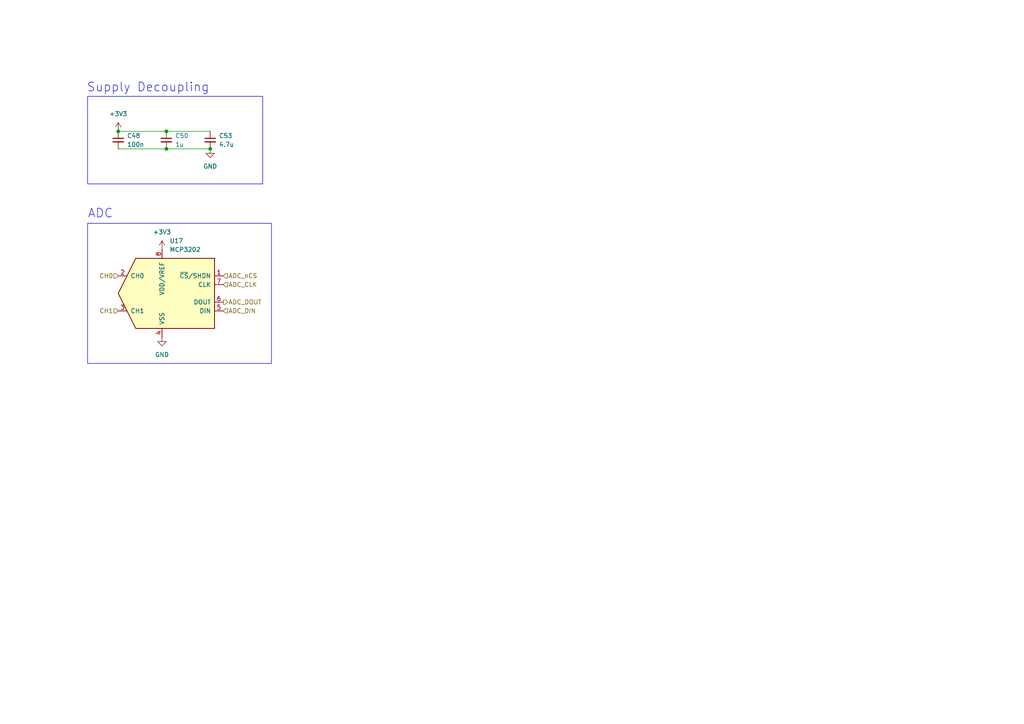
<source format=kicad_sch>
(kicad_sch (version 20231120) (generator "eeschema") (generator_version "8.0")
  (paper "A4")
  (lib_symbols
    (symbol "Analog_ADC:MCP3202" (pin_names (offset 1.016))
      (property "Reference" "U" (at -6.35 11.43 0))
      (property "Value" "MCP3202" (at 11.43 11.43 0))
      (symbol "MCP3202_0_1"
        (polyline (pts (xy 15.24 10.16) (xy -7.62 10.16) (xy -12.7 0) (xy -7.62 -10.16) (xy 15.24 -10.16) (xy 15.24 10.16)) (stroke (width 0.254)) (fill (type background)))
      )
      (symbol "MCP3202_1_1"
        (pin input line (at 17.78 5.08 180) (length 2.54) (name "~{CS}/SHDN") (number "1"))
        (pin passive line (at -12.7 5.08 0) (length 2.54) (name "CH0") (number "2"))
        (pin passive line (at -12.7 -5.08 0) (length 2.54) (name "CH1") (number "3"))
        (pin power_in line (at 0 -12.7 90) (length 2.54) (name "VSS") (number "4"))
        (pin input line (at 17.78 -5.08 180) (length 2.54) (name "DIN") (number "5"))
        (pin output line (at 17.78 -2.54 180) (length 2.54) (name "DOUT") (number "6"))
        (pin input line (at 17.78 2.54 180) (length 2.54) (name "CLK") (number "7"))
        (pin power_in line (at 0 12.7 270) (length 2.54) (name "VDD/VREF") (number "8"))
      )
    )
    (symbol "Device:C_Small" (pin_numbers hide) (pin_names (offset 0.254) hide)
      (property "Reference" "C" (at 0.254 1.778 0))
      (property "Value" "C_Small" (at 0.254 -2.032 0))
      (symbol "C_Small_0_1"
        (polyline (pts (xy -1.524 -0.508) (xy 1.524 -0.508)) (stroke (width 0.3302)))
        (polyline (pts (xy -1.524 0.508) (xy 1.524 0.508)) (stroke (width 0.3048)))
      )
      (symbol "C_Small_1_1"
        (pin passive line (at 0 2.54 270) (length 2.032) (name "~") (number "1"))
        (pin passive line (at 0 -2.54 90) (length 2.032) (name "~") (number "2"))
      )
    )
    (symbol "power:+3V3" (power) (pin_numbers hide) (pin_names (offset 0) hide)
      (property "Value" "+3V3" (at 0 3.556 0))
      (symbol "+3V3_0_1"
        (polyline (pts (xy -0.762 1.27) (xy 0 2.54)))
        (polyline (pts (xy 0 0) (xy 0 2.54)))
        (polyline (pts (xy 0 2.54) (xy 0.762 1.27)))
      )
      (symbol "+3V3_1_1"
        (pin power_in line (at 0 0 90) (length 0) (name "~") (number "1"))
      )
    )
    (symbol "power:GND" (power) (pin_numbers hide) (pin_names (offset 0) hide)
      (property "Value" "GND" (at 0 -3.81 0))
      (symbol "GND_0_1"
        (polyline (pts (xy 0 0) (xy 0 -1.27) (xy 1.27 -1.27) (xy 0 -2.54) (xy -1.27 -1.27) (xy 0 -1.27)))
      )
      (symbol "GND_1_1"
        (pin power_in line (at 0 0 270) (length 0) (name "~") (number "1"))
      )
    )
  )
  (junction (at 34.29 38.1))
  (junction (at 60.96 43.18))
  (junction (at 48.26 38.1))
  (junction (at 48.26 43.18))
  (wire (pts (xy 48.26 38.1) (xy 60.96 38.1)))
  (wire (pts (xy 60.96 43.18) (xy 48.26 43.18)))
  (wire (pts (xy 34.29 38.1) (xy 48.26 38.1)))
  (wire (pts (xy 34.29 43.18) (xy 48.26 43.18)))
  (rectangle (start 25.4 64.77) (end 78.74 105.41))
  (rectangle (start 25.4 27.94) (end 76.2 53.34))
  (text "Supply Decoupling" (at 25.146 26.924 0) (effects (font (size 2.54 2.54)) (justify left bottom)))
  (text "ADC" (at 25.4 63.5 0) (effects (font (size 2.54 2.54)) (justify left bottom)))
  (hierarchical_label "CH0" (shape input) (at 34.29 80.01 180))
  (hierarchical_label "ADC_DIN" (shape input) (at 64.77 90.17 0))
  (hierarchical_label "CH1" (shape input) (at 34.29 90.17 180))
  (hierarchical_label "ADC_CLK" (shape input) (at 64.77 82.55 0))
  (hierarchical_label "ADC_DOUT" (shape output) (at 64.77 87.63 0))
  (hierarchical_label "ADC_nCS" (shape input) (at 64.77 80.01 0))
  (symbol (lib_id "power:GND") (at 46.99 97.79 0) (unit 1)
    (property "Reference" "#PWR039" (effects (hide yes)))
    (property "Value" "GND" (at 46.99 102.87 0))
    (property "Description" "Power symbol creates a global label with name \"GND\" , ground" (effects (hide yes)))
  )
  (symbol (lib_id "Device:C_Small") (at 48.26 40.64 0) (unit 1)
    (property "Reference" "C50" (at 50.8 39.3762 0) (effects (justify left)))
    (property "Value" "1u" (at 50.8 41.9162 0) (effects (justify left)))
    (property "Footprint" "Capacitor_SMD:C_0402_1005Metric" (effects (hide yes)))
    (property "Description" "Unpolarized capacitor, small symbol" (effects (hide yes)))
  )
  (symbol (lib_id "Device:C_Small") (at 60.96 40.64 0) (unit 1)
    (property "Reference" "C53" (at 63.5 39.3762 0) (effects (justify left)))
    (property "Value" "4.7u" (at 63.5 41.9162 0) (effects (justify left)))
    (property "Footprint" "Capacitor_SMD:C_0805_2012Metric" (effects (hide yes)))
    (property "Description" "Unpolarized capacitor, small symbol" (effects (hide yes)))
  )
  (symbol (lib_id "power:GND") (at 60.96 43.18 0) (unit 1)
    (property "Reference" "#PWR036" (effects (hide yes)))
    (property "Value" "GND" (at 60.96 48.26 0))
    (property "Description" "Power symbol creates a global label with name \"GND\" , ground" (effects (hide yes)))
  )
  (symbol (lib_id "power:+3V3") (at 34.29 38.1 0) (unit 1)
    (property "Reference" "#PWR029" (effects (hide yes)))
    (property "Value" "+3V3" (at 34.29 33.02 0))
    (property "Description" "Power symbol creates a global label with name \"+3V3\"" (effects (hide yes)))
  )
  (symbol (lib_id "Device:C_Small") (at 34.29 40.64 0) (unit 1)
    (property "Reference" "C48" (at 36.83 39.3762 0) (effects (justify left)))
    (property "Value" "100n" (at 36.83 41.9162 0) (effects (justify left)))
    (property "Footprint" "Capacitor_SMD:C_0402_1005Metric" (effects (hide yes)))
    (property "Description" "Unpolarized capacitor, small symbol" (effects (hide yes)))
  )
  (symbol (lib_id "power:+3V3") (at 46.99 72.39 0) (unit 1)
    (property "Reference" "#PWR037" (effects (hide yes)))
    (property "Value" "+3V3" (at 46.99 67.31 0))
    (property "Description" "Power symbol creates a global label with name \"+3V3\"" (effects (hide yes)))
  )
  (symbol (lib_id "Analog_ADC:MCP3202") (at 46.99 85.09 0) (unit 1)
    (property "Reference" "U17" (at 49.1841 69.85 0) (effects (justify left)))
    (property "Value" "MCP3202" (at 49.1841 72.39 0) (effects (justify left)))
    (property "Footprint" "Package_DIP:DIP-8_W7.62mm" (effects (hide yes)))
    (property "Datasheet" "http://ww1.microchip.com/downloads/en/DeviceDoc/21034D.pdf" (effects (hide yes)))
    (property "Description" "A/D Converter, 12-Bit, 2-Channel, SPI Interface, 2.7V-5.5V" (effects (hide yes)))
  )
)
</source>
